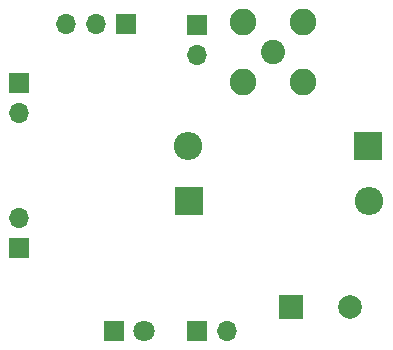
<source format=gbr>
%TF.GenerationSoftware,KiCad,Pcbnew,5.99.0-unknown-34fb55dc9c~93~ubuntu20.04.1*%
%TF.CreationDate,2020-12-20T23:19:59+03:00*%
%TF.ProjectId,uhf_detector,7568665f-6465-4746-9563-746f722e6b69,rev?*%
%TF.SameCoordinates,Original*%
%TF.FileFunction,Soldermask,Bot*%
%TF.FilePolarity,Negative*%
%FSLAX46Y46*%
G04 Gerber Fmt 4.6, Leading zero omitted, Abs format (unit mm)*
G04 Created by KiCad (PCBNEW 5.99.0-unknown-34fb55dc9c~93~ubuntu20.04.1) date 2020-12-20 23:19:59*
%MOMM*%
%LPD*%
G01*
G04 APERTURE LIST*
%ADD10O,1.700000X1.700000*%
%ADD11R,1.700000X1.700000*%
%ADD12C,2.000000*%
%ADD13R,2.000000X2.000000*%
%ADD14C,2.250000*%
%ADD15C,2.050000*%
%ADD16C,1.800000*%
%ADD17R,1.800000X1.800000*%
%ADD18O,2.400000X2.400000*%
%ADD19R,2.400000X2.400000*%
G04 APERTURE END LIST*
D10*
%TO.C,J6*%
X41540000Y-63000000D03*
D11*
X39000000Y-63000000D03*
%TD*%
D12*
%TO.C,C2*%
X52000000Y-61000000D03*
D13*
X47000000Y-61000000D03*
%TD*%
D10*
%TO.C,J5*%
X39000000Y-39590000D03*
D11*
X39000000Y-37050000D03*
%TD*%
D14*
%TO.C,J4*%
X42920000Y-41900000D03*
X42920000Y-36820000D03*
X48000000Y-36820000D03*
X48000000Y-41900000D03*
D15*
X45460000Y-39360000D03*
%TD*%
D10*
%TO.C,J3*%
X27920000Y-37000000D03*
X30460000Y-37000000D03*
D11*
X33000000Y-37000000D03*
%TD*%
D10*
%TO.C,J2*%
X24000000Y-53460000D03*
D11*
X24000000Y-56000000D03*
%TD*%
D10*
%TO.C,J1*%
X24000000Y-44540000D03*
D11*
X24000000Y-42000000D03*
%TD*%
D16*
%TO.C,D3*%
X34540000Y-63000000D03*
D17*
X32000000Y-63000000D03*
%TD*%
D18*
%TO.C,D2*%
X53640000Y-52000000D03*
D19*
X38400000Y-52000000D03*
%TD*%
D18*
%TO.C,D1*%
X38310000Y-47300000D03*
D19*
X53550000Y-47300000D03*
%TD*%
M02*

</source>
